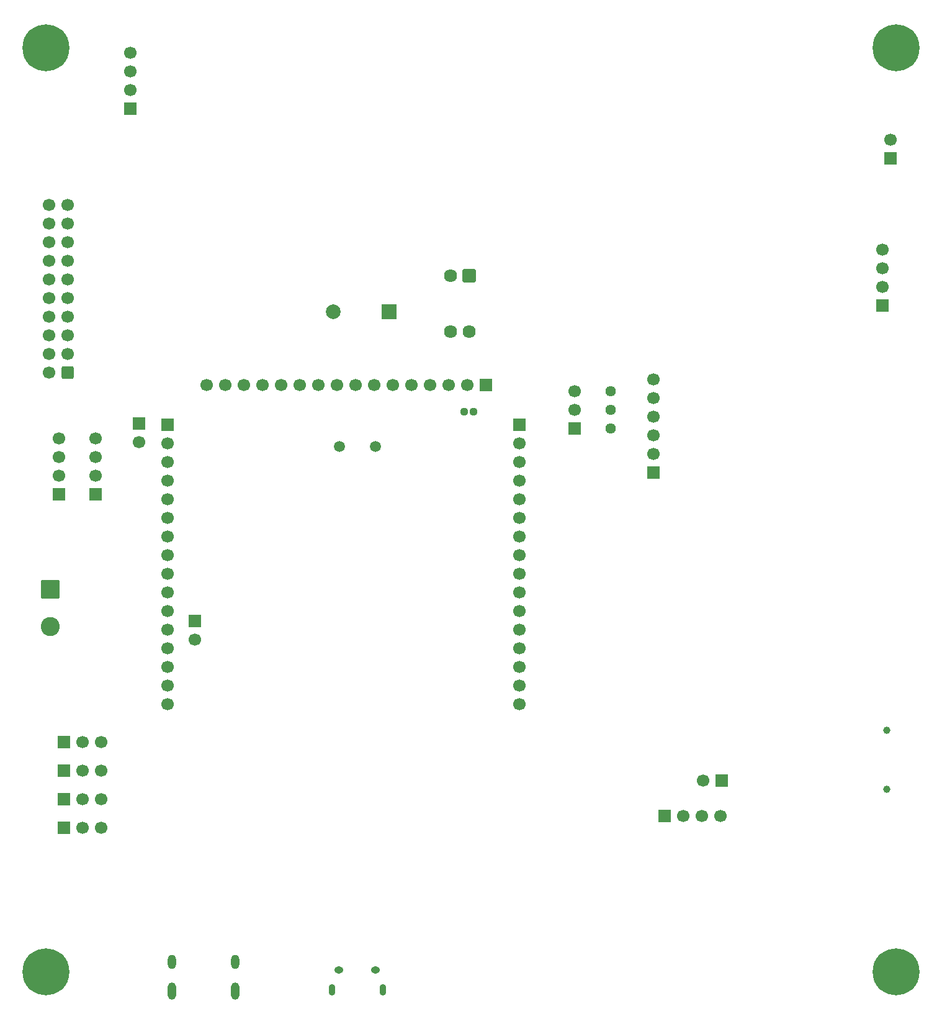
<source format=gbs>
%TF.GenerationSoftware,KiCad,Pcbnew,9.0.3*%
%TF.CreationDate,2025-12-27T22:41:26+05:30*%
%TF.ProjectId,STM32+ESP32,53544d33-322b-4455-9350-33322e6b6963,rev?*%
%TF.SameCoordinates,Original*%
%TF.FileFunction,Soldermask,Bot*%
%TF.FilePolarity,Negative*%
%FSLAX46Y46*%
G04 Gerber Fmt 4.6, Leading zero omitted, Abs format (unit mm)*
G04 Created by KiCad (PCBNEW 9.0.3) date 2025-12-27 22:41:26*
%MOMM*%
%LPD*%
G01*
G04 APERTURE LIST*
G04 Aperture macros list*
%AMRoundRect*
0 Rectangle with rounded corners*
0 $1 Rounding radius*
0 $2 $3 $4 $5 $6 $7 $8 $9 X,Y pos of 4 corners*
0 Add a 4 corners polygon primitive as box body*
4,1,4,$2,$3,$4,$5,$6,$7,$8,$9,$2,$3,0*
0 Add four circle primitives for the rounded corners*
1,1,$1+$1,$2,$3*
1,1,$1+$1,$4,$5*
1,1,$1+$1,$6,$7*
1,1,$1+$1,$8,$9*
0 Add four rect primitives between the rounded corners*
20,1,$1+$1,$2,$3,$4,$5,0*
20,1,$1+$1,$4,$5,$6,$7,0*
20,1,$1+$1,$6,$7,$8,$9,0*
20,1,$1+$1,$8,$9,$2,$3,0*%
G04 Aperture macros list end*
%ADD10O,1.152400X2.352400*%
%ADD11O,1.152400X1.952400*%
%ADD12R,1.700000X1.700000*%
%ADD13C,1.700000*%
%ADD14C,3.600000*%
%ADD15C,6.400000*%
%ADD16RoundRect,0.102000X0.790000X0.790000X-0.790000X0.790000X-0.790000X-0.790000X0.790000X-0.790000X0*%
%ADD17C,1.784000*%
%ADD18C,1.500000*%
%ADD19C,1.000000*%
%ADD20O,0.890000X1.550000*%
%ADD21O,1.250000X0.950000*%
%ADD22C,1.114000*%
%ADD23RoundRect,0.250000X-1.050000X1.050000X-1.050000X-1.050000X1.050000X-1.050000X1.050000X1.050000X0*%
%ADD24C,2.600000*%
%ADD25RoundRect,0.250000X0.600000X0.600000X-0.600000X0.600000X-0.600000X-0.600000X0.600000X-0.600000X0*%
%ADD26R,2.000000X2.000000*%
%ADD27C,2.000000*%
%ADD28C,1.440000*%
G04 APERTURE END LIST*
D10*
%TO.C,J1*%
X171680000Y-298125000D03*
X180320000Y-298125000D03*
D11*
X171680000Y-294125000D03*
X180320000Y-294125000D03*
%TD*%
D12*
%TO.C,J22*%
X238950000Y-274225000D03*
D13*
X241490000Y-274225000D03*
X244030000Y-274225000D03*
X246570000Y-274225000D03*
%TD*%
D12*
%TO.C,J6*%
X156960000Y-275900000D03*
D13*
X159500000Y-275900000D03*
X162040000Y-275900000D03*
%TD*%
D12*
%TO.C,J2*%
X157000000Y-272000000D03*
D13*
X159540000Y-272000000D03*
X162080000Y-272000000D03*
%TD*%
D12*
%TO.C,J8*%
X214550000Y-215525000D03*
D13*
X212010000Y-215525000D03*
X209470000Y-215525000D03*
X206930000Y-215525000D03*
X204390000Y-215525000D03*
X201850000Y-215525000D03*
X199310000Y-215525000D03*
X196770000Y-215525000D03*
X194230000Y-215525000D03*
X191690000Y-215525000D03*
X189150000Y-215525000D03*
X186610000Y-215525000D03*
X184070000Y-215525000D03*
X181530000Y-215525000D03*
X178990000Y-215525000D03*
X176450000Y-215525000D03*
%TD*%
D14*
%TO.C,H2*%
X154500000Y-295500000D03*
D15*
X154500000Y-295500000D03*
%TD*%
D12*
%TO.C,J14*%
X167225000Y-220750000D03*
D13*
X167225000Y-223290000D03*
%TD*%
D12*
%TO.C,J18*%
X156300000Y-230365000D03*
D13*
X156300000Y-227825000D03*
X156300000Y-225285000D03*
X156300000Y-222745000D03*
%TD*%
D16*
%TO.C,S1*%
X212270000Y-200590000D03*
D17*
X212270000Y-208210000D03*
X209730000Y-200590000D03*
X209730000Y-208210000D03*
%TD*%
D18*
%TO.C,Y2*%
X194560000Y-223900000D03*
X199440000Y-223900000D03*
%TD*%
D19*
%TO.C,J10*%
X269250000Y-270600000D03*
X269250000Y-262600000D03*
%TD*%
D12*
%TO.C,J19*%
X269700000Y-184590000D03*
D13*
X269700000Y-182050000D03*
%TD*%
D14*
%TO.C,H4*%
X270500000Y-169500000D03*
D15*
X270500000Y-169500000D03*
%TD*%
D12*
%TO.C,J20*%
X246675000Y-269400000D03*
D13*
X244135000Y-269400000D03*
%TD*%
D20*
%TO.C,J5*%
X193500000Y-298000000D03*
D21*
X194500000Y-295300000D03*
X199500000Y-295300000D03*
D20*
X200500000Y-298000000D03*
%TD*%
D12*
%TO.C,J13*%
X237375000Y-227425000D03*
D13*
X237375000Y-224885000D03*
X237375000Y-222345000D03*
X237375000Y-219805000D03*
X237375000Y-217265000D03*
X237375000Y-214725000D03*
%TD*%
D14*
%TO.C,H3*%
X270500000Y-295500000D03*
D15*
X270500000Y-295500000D03*
%TD*%
D12*
%TO.C,J23*%
X268600000Y-204680000D03*
D13*
X268600000Y-202140000D03*
X268600000Y-199600000D03*
X268600000Y-197060000D03*
%TD*%
D22*
%TO.C,Y1*%
X211565000Y-219127500D03*
X212835000Y-219127500D03*
%TD*%
D12*
%TO.C,J15*%
X161300000Y-230440000D03*
D13*
X161300000Y-227900000D03*
X161300000Y-225360000D03*
X161300000Y-222820000D03*
%TD*%
D23*
%TO.C,J16*%
X155127500Y-243355000D03*
D24*
X155127500Y-248435000D03*
%TD*%
D12*
%TO.C,J3*%
X157000000Y-264200000D03*
D13*
X159540000Y-264200000D03*
X162080000Y-264200000D03*
%TD*%
D12*
%TO.C,J12*%
X174800000Y-247700000D03*
D13*
X174800000Y-250240000D03*
%TD*%
D12*
%TO.C,J11*%
X226600000Y-221425000D03*
D13*
X226600000Y-218885000D03*
X226600000Y-216345000D03*
%TD*%
D12*
%TO.C,J7*%
X171090000Y-220950000D03*
D13*
X171090000Y-223490000D03*
X171090000Y-226030000D03*
X171090000Y-228570000D03*
X171090000Y-231110000D03*
X171090000Y-233650000D03*
X171090000Y-236190000D03*
X171090000Y-238730000D03*
X171090000Y-241270000D03*
X171090000Y-243810000D03*
X171090000Y-246350000D03*
X171090000Y-248890000D03*
X171090000Y-251430000D03*
X171090000Y-253970000D03*
X171090000Y-256510000D03*
X171090000Y-259050000D03*
%TD*%
D25*
%TO.C,J17*%
X157440000Y-213840000D03*
D13*
X154900000Y-213840000D03*
X157440000Y-211300000D03*
X154900000Y-211300000D03*
X157440000Y-208760000D03*
X154900000Y-208760000D03*
X157440000Y-206220000D03*
X154900000Y-206220000D03*
X157440000Y-203680000D03*
X154900000Y-203680000D03*
X157440000Y-201140000D03*
X154900000Y-201140000D03*
X157440000Y-198600000D03*
X154900000Y-198600000D03*
X157440000Y-196060000D03*
X154900000Y-196060000D03*
X157440000Y-193520000D03*
X154900000Y-193520000D03*
X157440000Y-190980000D03*
X154900000Y-190980000D03*
%TD*%
D12*
%TO.C,J21*%
X166000000Y-177850000D03*
D13*
X166000000Y-175310000D03*
X166000000Y-172770000D03*
X166000000Y-170230000D03*
%TD*%
D12*
%TO.C,J4*%
X157000000Y-268100000D03*
D13*
X159540000Y-268100000D03*
X162080000Y-268100000D03*
%TD*%
D12*
%TO.C,J9*%
X219115000Y-220950000D03*
D13*
X219115000Y-223490000D03*
X219115000Y-226030000D03*
X219115000Y-228570000D03*
X219115000Y-231110000D03*
X219115000Y-233650000D03*
X219115000Y-236190000D03*
X219115000Y-238730000D03*
X219115000Y-241270000D03*
X219115000Y-243810000D03*
X219115000Y-246350000D03*
X219115000Y-248890000D03*
X219115000Y-251430000D03*
X219115000Y-253970000D03*
X219115000Y-256510000D03*
X219115000Y-259050000D03*
%TD*%
D14*
%TO.C,H1*%
X154500000Y-169500000D03*
D15*
X154500000Y-169500000D03*
%TD*%
D26*
%TO.C,BZ1*%
X201300000Y-205500000D03*
D27*
X193700000Y-205500000D03*
%TD*%
D28*
%TO.C,RV2*%
X231590000Y-221440000D03*
X231590000Y-218900000D03*
X231590000Y-216360000D03*
%TD*%
M02*

</source>
